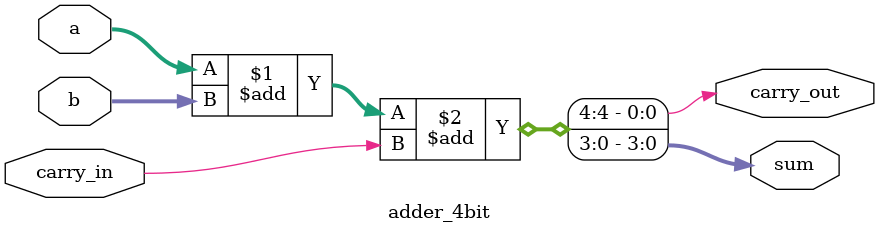
<source format=v>
`timescale 1ns / 1ps


module adder_4bit
   #(parameter ADDER_WIDTH = 4)
    (
        input   [ADDER_WIDTH-1:0] a, b,
        input   carry_in,
        output  carry_out,
        output  [ADDER_WIDTH-1:0] sum
    );

   assign {carry_out, sum} = a + b + carry_in;
   
endmodule

</source>
